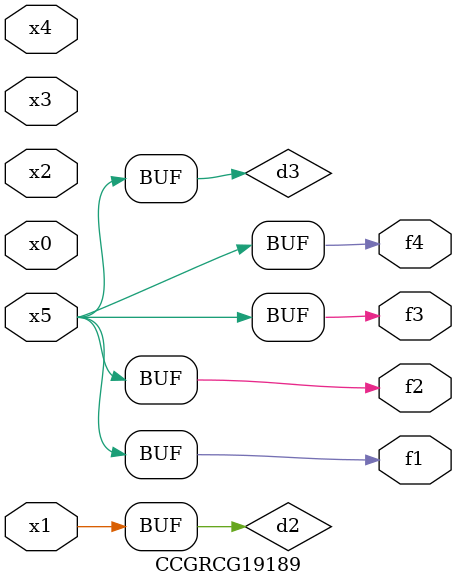
<source format=v>
module CCGRCG19189(
	input x0, x1, x2, x3, x4, x5,
	output f1, f2, f3, f4
);

	wire d1, d2, d3;

	not (d1, x5);
	or (d2, x1);
	xnor (d3, d1);
	assign f1 = d3;
	assign f2 = d3;
	assign f3 = d3;
	assign f4 = d3;
endmodule

</source>
